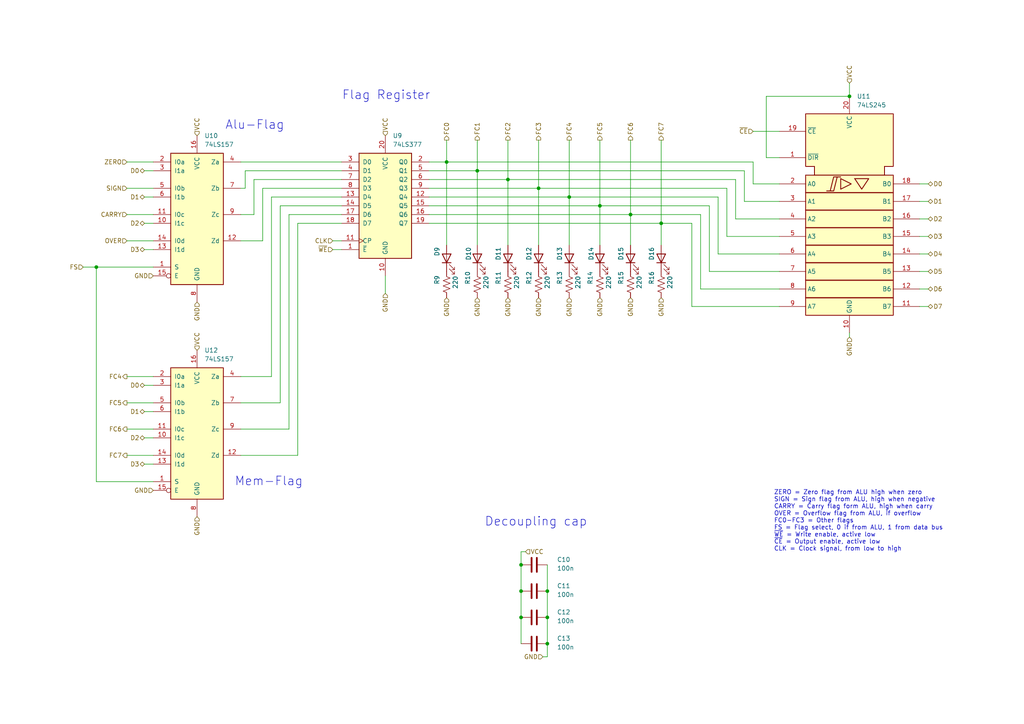
<source format=kicad_sch>
(kicad_sch (version 20250114) (generator "eeschema") (generator_version "9.0")
  (paper "A4")
  (title_block (title "Flag Register") (date "2025-11-29") (rev "1.0") (company "Marco Vettigli"))
  (lib_symbols
    (symbol "74xx:74LS157" (pin_names (offset 1.016))
      (property "Reference" "U" (at -7.62 19.05 0))
      (property "Value" "74LS157" (at -7.62 -21.59 0))
      (symbol "74LS157_1_0"
        (pin input line (at -12.7 15.24 0) (length 5.08) (name "I0a") (number "2"))
        (pin input line (at -12.7 12.7 0) (length 5.08) (name "I1a") (number "3"))
        (pin input line (at -12.7 7.62 0) (length 5.08) (name "I0b") (number "5"))
        (pin input line (at -12.7 5.08 0) (length 5.08) (name "I1b") (number "6"))
        (pin input line (at -12.7 0 0) (length 5.08) (name "I0c") (number "11"))
        (pin input line (at -12.7 -2.54 0) (length 5.08) (name "I1c") (number "10"))
        (pin input line (at -12.7 -7.62 0) (length 5.08) (name "I0d") (number "14"))
        (pin input line (at -12.7 -10.16 0) (length 5.08) (name "I1d") (number "13"))
        (pin input line (at -12.7 -15.24 0) (length 5.08) (name "S") (number "1"))
        (pin input inverted (at -12.7 -17.78 0) (length 5.08) (name "E") (number "15"))
        (pin power_in line (at 0 22.86 270) (length 5.08) (name "VCC") (number "16"))
        (pin power_in line (at 0 -25.4 90) (length 5.08) (name "GND") (number "8"))
        (pin output line (at 12.7 15.24 180) (length 5.08) (name "Za") (number "4"))
        (pin output line (at 12.7 7.62 180) (length 5.08) (name "Zb") (number "7"))
        (pin output line (at 12.7 0 180) (length 5.08) (name "Zc") (number "9"))
        (pin output line (at 12.7 -7.62 180) (length 5.08) (name "Zd") (number "12"))
      )
      (symbol "74LS157_1_1"
        (rectangle (start -7.62 17.78) (end 7.62 -20.32) (stroke (width 0.254)) (fill (type background)))
      )
    )
    (symbol "74xx:74LS377" (pin_names (offset 1.016))
      (property "Reference" "U" (at -7.62 16.51 0))
      (property "Value" "74LS377" (at -7.62 -16.51 0))
      (symbol "74LS377_1_0"
        (pin input line (at -12.7 12.7 0) (length 5.08) (name "D0") (number "3"))
        (pin input line (at -12.7 10.16 0) (length 5.08) (name "D1") (number "4"))
        (pin input line (at -12.7 7.62 0) (length 5.08) (name "D2") (number "7"))
        (pin input line (at -12.7 5.08 0) (length 5.08) (name "D3") (number "8"))
        (pin input line (at -12.7 2.54 0) (length 5.08) (name "D4") (number "13"))
        (pin input line (at -12.7 0 0) (length 5.08) (name "D5") (number "14"))
        (pin input line (at -12.7 -2.54 0) (length 5.08) (name "D6") (number "17"))
        (pin input line (at -12.7 -5.08 0) (length 5.08) (name "D7") (number "18"))
        (pin input clock (at -12.7 -10.16 0) (length 5.08) (name "CP") (number "11"))
        (pin input line (at -12.7 -12.7 0) (length 5.08) (name "~{E}") (number "1"))
        (pin power_in line (at 0 20.32 270) (length 5.08) (name "VCC") (number "20"))
        (pin power_in line (at 0 -20.32 90) (length 5.08) (name "GND") (number "10"))
        (pin output line (at 12.7 12.7 180) (length 5.08) (name "Q0") (number "2"))
        (pin output line (at 12.7 10.16 180) (length 5.08) (name "Q1") (number "5"))
        (pin output line (at 12.7 7.62 180) (length 5.08) (name "Q2") (number "6"))
        (pin output line (at 12.7 5.08 180) (length 5.08) (name "Q3") (number "9"))
        (pin output line (at 12.7 2.54 180) (length 5.08) (name "Q4") (number "12"))
        (pin output line (at 12.7 0 180) (length 5.08) (name "Q5") (number "15"))
        (pin output line (at 12.7 -2.54 180) (length 5.08) (name "Q6") (number "16"))
        (pin output line (at 12.7 -5.08 180) (length 5.08) (name "Q7") (number "19"))
      )
      (symbol "74LS377_1_1"
        (rectangle (start -7.62 15.24) (end 7.62 -15.24) (stroke (width 0.254)) (fill (type background)))
      )
    )
    (symbol "74xx_IEEE:74LS245"
      (property "Reference" "U" (at 15.24 25.4 0))
      (property "Value" "74LS245" (at 5.08 -30.48 0))
      (symbol "74LS245_0_0"
        (polyline (pts (xy -6.604 10.668) (xy -4.572 10.668) (xy -3.556 14.732) (xy -2.54 14.732) (xy -4.572 14.732) (xy -5.588 10.668) (xy -5.588 10.668)) (stroke (width 0.254)) (fill (type background)))
        (polyline (pts (xy -2.54 14.224) (xy -2.54 11.176) (xy 0.508 12.7) (xy -2.54 14.224) (xy -2.54 14.224)) (stroke (width 0.254)) (fill (type background)))
        (polyline (pts (xy 1.524 14.224) (xy 5.588 14.224) (xy 3.556 11.176) (xy 1.524 14.224) (xy 1.524 14.224)) (stroke (width 0.254)) (fill (type background)))
        (pin power_in line (at 0 38.1 270) (length 5.08) (name "VCC") (number "20"))
        (pin power_in line (at 0 -30.48 90) (length 5.08) (name "GND") (number "10"))
      )
      (symbol "74LS245_0_1"
        (rectangle (start -12.7 15.24) (end 12.7 10.16) (stroke (width 0.254)) (fill (type background)))
        (rectangle (start -12.7 10.16) (end 12.7 5.08) (stroke (width 0.254)) (fill (type background)))
        (rectangle (start -12.7 5.08) (end 12.7 0) (stroke (width 0.254)) (fill (type background)))
        (rectangle (start -12.7 0) (end 12.7 -5.08) (stroke (width 0.254)) (fill (type background)))
        (rectangle (start -12.7 -5.08) (end 12.7 -10.16) (stroke (width 0.254)) (fill (type background)))
        (rectangle (start -12.7 -10.16) (end 12.7 -15.24) (stroke (width 0.254)) (fill (type background)))
        (rectangle (start -12.7 -15.24) (end 12.7 -20.32) (stroke (width 0.254)) (fill (type background)))
        (rectangle (start -12.7 -20.32) (end 12.7 -25.4) (stroke (width 0.254)) (fill (type background)))
        (polyline (pts (xy -10.16 15.24) (xy -10.16 17.78) (xy -12.7 17.78) (xy -12.7 33.02) (xy 12.7 33.02) (xy 12.7 17.78) (xy 10.16 17.78) (xy 10.16 15.24) (xy 10.16 15.24)) (stroke (width 0.254)) (fill (type background)))
      )
      (symbol "74LS245_1_1"
        (pin input line (at -20.32 27.94 0) (length 7.62) (name "~{CE}") (number "19"))
        (pin input line (at -20.32 20.32 0) (length 7.62) (name "~{DIR}") (number "1"))
        (pin tri_state line (at -20.32 12.7 0) (length 7.62) (name "A0") (number "2"))
        (pin tri_state line (at -20.32 7.62 0) (length 7.62) (name "A1") (number "3"))
        (pin tri_state line (at -20.32 2.54 0) (length 7.62) (name "A2") (number "4"))
        (pin tri_state line (at -20.32 -2.54 0) (length 7.62) (name "A3") (number "5"))
        (pin tri_state line (at -20.32 -7.62 0) (length 7.62) (name "A4") (number "6"))
        (pin tri_state line (at -20.32 -12.7 0) (length 7.62) (name "A5") (number "7"))
        (pin tri_state line (at -20.32 -17.78 0) (length 7.62) (name "A6") (number "8"))
        (pin tri_state line (at -20.32 -22.86 0) (length 7.62) (name "A7") (number "9"))
        (pin tri_state line (at 20.32 12.7 180) (length 7.62) (name "B0") (number "18"))
        (pin tri_state line (at 20.32 7.62 180) (length 7.62) (name "B1") (number "17"))
        (pin tri_state line (at 20.32 2.54 180) (length 7.62) (name "B2") (number "16"))
        (pin tri_state line (at 20.32 -2.54 180) (length 7.62) (name "B3") (number "15"))
        (pin tri_state line (at 20.32 -7.62 180) (length 7.62) (name "B4") (number "14"))
        (pin tri_state line (at 20.32 -12.7 180) (length 7.62) (name "B5") (number "13"))
        (pin tri_state line (at 20.32 -17.78 180) (length 7.62) (name "B6") (number "12"))
        (pin tri_state line (at 20.32 -22.86 180) (length 7.62) (name "B7") (number "11"))
      )
    )
    (symbol "Device:C" (pin_numbers (hide yes)) (pin_names (offset 0.254))
      (property "Reference" "C" (at 0.635 2.54 0))
      (property "Value" "C" (at 0.635 -2.54 0))
      (symbol "C_0_1"
        (polyline (pts (xy -2.032 0.762) (xy 2.032 0.762)) (stroke (width 0.508)))
        (polyline (pts (xy -2.032 -0.762) (xy 2.032 -0.762)) (stroke (width 0.508)))
      )
      (symbol "C_1_1"
        (pin passive line (at 0 3.81 270) (length 2.794) (name "~") (number "1"))
        (pin passive line (at 0 -3.81 90) (length 2.794) (name "~") (number "2"))
      )
    )
    (symbol "Device:LED" (pin_numbers (hide yes)) (pin_names (offset 1.016) (hide yes))
      (property "Reference" "D" (at 0 2.54 0))
      (property "Value" "LED" (at 0 -2.54 0))
      (symbol "LED_0_1"
        (polyline (pts (xy -3.048 -0.762) (xy -4.572 -2.286) (xy -3.81 -2.286) (xy -4.572 -2.286) (xy -4.572 -1.524)))
        (polyline (pts (xy -1.778 -0.762) (xy -3.302 -2.286) (xy -2.54 -2.286) (xy -3.302 -2.286) (xy -3.302 -1.524)))
        (polyline (pts (xy -1.27 0) (xy 1.27 0)))
        (polyline (pts (xy -1.27 -1.27) (xy -1.27 1.27)) (stroke (width 0.254)))
        (polyline (pts (xy 1.27 -1.27) (xy 1.27 1.27) (xy -1.27 0) (xy 1.27 -1.27)) (stroke (width 0.254)))
      )
      (symbol "LED_1_1"
        (pin passive line (at -3.81 0 0) (length 2.54) (name "K") (number "1"))
        (pin passive line (at 3.81 0 180) (length 2.54) (name "A") (number "2"))
      )
    )
    (symbol "Device:R_US" (pin_numbers (hide yes)) (pin_names (offset 0))
      (property "Reference" "R" (at 2.54 0 90))
      (property "Value" "R_US" (at -2.54 0 90))
      (symbol "R_US_0_1"
        (polyline (pts (xy 0 2.286) (xy 0 2.54)))
        (polyline (pts (xy 0 2.286) (xy 1.016 1.905) (xy 0 1.524) (xy -1.016 1.143) (xy 0 0.762)))
        (polyline (pts (xy 0 0.762) (xy 1.016 0.381) (xy 0 0) (xy -1.016 -0.381) (xy 0 -0.762)))
        (polyline (pts (xy 0 -0.762) (xy 1.016 -1.143) (xy 0 -1.524) (xy -1.016 -1.905) (xy 0 -2.286)))
        (polyline (pts (xy 0 -2.286) (xy 0 -2.54)))
      )
      (symbol "R_US_1_1"
        (pin passive line (at 0 3.81 270) (length 1.27) (name "~") (number "1"))
        (pin passive line (at 0 -3.81 90) (length 1.27) (name "~") (number "2"))
      )
    )
  )
  (text "Flag Register" (at 112.014 27.686 0) (effects (font (size 2.54 2.54))))
  (text "Alu-Flag" (at 73.914 36.322 0) (effects (font (size 2.54 2.54))))
  (text "Mem-Flag" (at 77.978 139.7 0) (effects (font (size 2.54 2.54))))
  (text "Decoupling cap" (at 155.448 151.384 0) (effects (font (size 2.54 2.54))))
  (text_box "ZERO = Zero flag from ALU high when zero\nSIGN = Sign flag from ALU, high when negative\nCARRY = Carry flag form ALU, high when carry\nOVER = Overflow flag from ALU, if overflow\nFC0-FC3 = Other flags\nFS = Flag select, 0 if from ALU, 1 from data bus \n~{WE} = Write enable, active low\n~{CE} = Output enable, active low\nCLK = Clock signal, from low to high" (at 223.52 140.97 0) (size 57.15 19.05) (margins 0.9525 0.9525 0.9525 0.9525) (stroke (width -0.0001)) (effects (font (size 1.27 1.27)) (justify left top)))
  (junction (at 158.75 186.69))
  (junction (at 182.88 62.23))
  (junction (at 27.94 77.47))
  (junction (at 158.75 171.45))
  (junction (at 151.13 179.07))
  (junction (at 156.21 54.61))
  (junction (at 165.1 57.15))
  (junction (at 151.13 171.45))
  (junction (at 138.43 49.53))
  (junction (at 147.32 52.07))
  (junction (at 129.54 46.99))
  (junction (at 151.13 163.83))
  (junction (at 246.38 27.94))
  (junction (at 158.75 179.07))
  (junction (at 173.99 59.69))
  (junction (at 191.77 64.77))
  (wire (pts (xy 69.85 46.99) (xy 99.06 46.99)))
  (wire (pts (xy 36.83 132.08) (xy 44.45 132.08)))
  (wire (pts (xy 147.32 40.64) (xy 147.32 52.07)))
  (wire (pts (xy 138.43 40.64) (xy 138.43 49.53)))
  (wire (pts (xy 36.83 62.23) (xy 44.45 62.23)))
  (wire (pts (xy 124.46 52.07) (xy 147.32 52.07)))
  (wire (pts (xy 83.82 124.46) (xy 83.82 62.23)))
  (wire (pts (xy 73.66 52.07) (xy 99.06 52.07)))
  (wire (pts (xy 36.83 109.22) (xy 44.45 109.22)))
  (wire (pts (xy 203.2 62.23) (xy 182.88 62.23)))
  (wire (pts (xy 124.46 49.53) (xy 138.43 49.53)))
  (wire (pts (xy 213.36 63.5) (xy 226.06 63.5)))
  (wire (pts (xy 96.52 72.39) (xy 99.06 72.39)))
  (wire (pts (xy 69.85 69.85) (xy 76.2 69.85)))
  (wire (pts (xy 246.38 96.52) (xy 246.38 97.79)))
  (wire (pts (xy 158.75 179.07) (xy 158.75 186.69)))
  (wire (pts (xy 213.36 52.07) (xy 213.36 63.5)))
  (wire (pts (xy 266.7 73.66) (xy 269.24 73.66)))
  (wire (pts (xy 266.7 58.42) (xy 269.24 58.42)))
  (wire (pts (xy 147.32 52.07) (xy 147.32 71.12)))
  (wire (pts (xy 218.44 38.1) (xy 226.06 38.1)))
  (wire (pts (xy 158.75 190.5) (xy 158.75 186.69)))
  (wire (pts (xy 36.83 116.84) (xy 44.45 116.84)))
  (wire (pts (xy 157.48 190.5) (xy 158.75 190.5)))
  (wire (pts (xy 41.91 127) (xy 44.45 127)))
  (wire (pts (xy 41.91 134.62) (xy 44.45 134.62)))
  (wire (pts (xy 246.38 24.13) (xy 246.38 27.94)))
  (wire (pts (xy 41.91 64.77) (xy 44.45 64.77)))
  (wire (pts (xy 129.54 46.99) (xy 218.44 46.99)))
  (wire (pts (xy 215.9 49.53) (xy 215.9 58.42)))
  (wire (pts (xy 158.75 171.45) (xy 158.75 179.07)))
  (wire (pts (xy 173.99 59.69) (xy 205.74 59.69)))
  (wire (pts (xy 44.45 111.76) (xy 41.91 111.76)))
  (wire (pts (xy 83.82 62.23) (xy 99.06 62.23)))
  (wire (pts (xy 156.21 54.61) (xy 210.82 54.61)))
  (wire (pts (xy 129.54 40.64) (xy 129.54 46.99)))
  (wire (pts (xy 218.44 53.34) (xy 226.06 53.34)))
  (wire (pts (xy 208.28 57.15) (xy 208.28 73.66)))
  (wire (pts (xy 124.46 59.69) (xy 173.99 59.69)))
  (wire (pts (xy 218.44 46.99) (xy 218.44 53.34)))
  (wire (pts (xy 210.82 54.61) (xy 210.82 68.58)))
  (wire (pts (xy 191.77 64.77) (xy 191.77 71.12)))
  (wire (pts (xy 96.52 69.85) (xy 99.06 69.85)))
  (wire (pts (xy 76.2 69.85) (xy 76.2 54.61)))
  (wire (pts (xy 44.45 49.53) (xy 41.91 49.53)))
  (wire (pts (xy 138.43 49.53) (xy 215.9 49.53)))
  (wire (pts (xy 36.83 69.85) (xy 44.45 69.85)))
  (wire (pts (xy 76.2 54.61) (xy 99.06 54.61)))
  (wire (pts (xy 156.21 54.61) (xy 156.21 71.12)))
  (wire (pts (xy 246.38 27.94) (xy 222.25 27.94)))
  (wire (pts (xy 71.12 49.53) (xy 71.12 54.61)))
  (wire (pts (xy 165.1 57.15) (xy 165.1 71.12)))
  (wire (pts (xy 165.1 57.15) (xy 208.28 57.15)))
  (wire (pts (xy 69.85 62.23) (xy 73.66 62.23)))
  (wire (pts (xy 129.54 46.99) (xy 129.54 71.12)))
  (wire (pts (xy 27.94 77.47) (xy 27.94 139.7)))
  (wire (pts (xy 203.2 83.82) (xy 203.2 62.23)))
  (wire (pts (xy 69.85 124.46) (xy 83.82 124.46)))
  (wire (pts (xy 266.7 78.74) (xy 269.24 78.74)))
  (wire (pts (xy 151.13 163.83) (xy 151.13 171.45)))
  (wire (pts (xy 191.77 64.77) (xy 200.66 64.77)))
  (wire (pts (xy 191.77 40.64) (xy 191.77 64.77)))
  (wire (pts (xy 124.46 46.99) (xy 129.54 46.99)))
  (wire (pts (xy 124.46 57.15) (xy 165.1 57.15)))
  (wire (pts (xy 36.83 46.99) (xy 44.45 46.99)))
  (wire (pts (xy 203.2 83.82) (xy 226.06 83.82)))
  (wire (pts (xy 182.88 62.23) (xy 124.46 62.23)))
  (wire (pts (xy 27.94 139.7) (xy 44.45 139.7)))
  (wire (pts (xy 99.06 57.15) (xy 78.74 57.15)))
  (wire (pts (xy 71.12 54.61) (xy 69.85 54.61)))
  (wire (pts (xy 173.99 40.64) (xy 173.99 59.69)))
  (wire (pts (xy 266.7 83.82) (xy 269.24 83.82)))
  (wire (pts (xy 173.99 59.69) (xy 173.99 71.12)))
  (wire (pts (xy 73.66 62.23) (xy 73.66 52.07)))
  (wire (pts (xy 222.25 45.72) (xy 226.06 45.72)))
  (wire (pts (xy 165.1 40.64) (xy 165.1 57.15)))
  (wire (pts (xy 151.13 160.02) (xy 151.13 163.83)))
  (wire (pts (xy 158.75 163.83) (xy 158.75 171.45)))
  (wire (pts (xy 41.91 72.39) (xy 44.45 72.39)))
  (wire (pts (xy 69.85 132.08) (xy 86.36 132.08)))
  (wire (pts (xy 205.74 59.69) (xy 205.74 78.74)))
  (wire (pts (xy 215.9 58.42) (xy 226.06 58.42)))
  (wire (pts (xy 156.21 40.64) (xy 156.21 54.61)))
  (wire (pts (xy 147.32 52.07) (xy 213.36 52.07)))
  (wire (pts (xy 78.74 57.15) (xy 78.74 109.22)))
  (wire (pts (xy 24.13 77.47) (xy 27.94 77.47)))
  (wire (pts (xy 182.88 40.64) (xy 182.88 62.23)))
  (wire (pts (xy 86.36 64.77) (xy 99.06 64.77)))
  (wire (pts (xy 208.28 73.66) (xy 226.06 73.66)))
  (wire (pts (xy 266.7 88.9) (xy 269.24 88.9)))
  (wire (pts (xy 200.66 88.9) (xy 226.06 88.9)))
  (wire (pts (xy 266.7 63.5) (xy 269.24 63.5)))
  (wire (pts (xy 111.76 80.01) (xy 111.76 85.09)))
  (wire (pts (xy 71.12 49.53) (xy 99.06 49.53)))
  (wire (pts (xy 41.91 119.38) (xy 44.45 119.38)))
  (wire (pts (xy 27.94 77.47) (xy 44.45 77.47)))
  (wire (pts (xy 81.28 116.84) (xy 81.28 59.69)))
  (wire (pts (xy 81.28 59.69) (xy 99.06 59.69)))
  (wire (pts (xy 266.7 53.34) (xy 269.24 53.34)))
  (wire (pts (xy 69.85 116.84) (xy 81.28 116.84)))
  (wire (pts (xy 266.7 68.58) (xy 269.24 68.58)))
  (wire (pts (xy 152.4 160.02) (xy 151.13 160.02)))
  (wire (pts (xy 151.13 179.07) (xy 151.13 186.69)))
  (wire (pts (xy 151.13 171.45) (xy 151.13 179.07)))
  (wire (pts (xy 86.36 64.77) (xy 86.36 132.08)))
  (wire (pts (xy 138.43 49.53) (xy 138.43 71.12)))
  (wire (pts (xy 78.74 109.22) (xy 69.85 109.22)))
  (wire (pts (xy 124.46 54.61) (xy 156.21 54.61)))
  (wire (pts (xy 205.74 78.74) (xy 226.06 78.74)))
  (wire (pts (xy 210.82 68.58) (xy 226.06 68.58)))
  (wire (pts (xy 41.91 57.15) (xy 44.45 57.15)))
  (wire (pts (xy 182.88 62.23) (xy 182.88 71.12)))
  (wire (pts (xy 36.83 124.46) (xy 44.45 124.46)))
  (wire (pts (xy 200.66 64.77) (xy 200.66 88.9)))
  (wire (pts (xy 124.46 64.77) (xy 191.77 64.77)))
  (wire (pts (xy 222.25 27.94) (xy 222.25 45.72)))
  (wire (pts (xy 36.83 54.61) (xy 44.45 54.61)))
  (hierarchical_label "OVER" (shape input) (at 36.83 69.85 180))
  (hierarchical_label "FC6" (shape output) (at 182.88 40.64 90))
  (hierarchical_label "D1" (shape tri_state) (at 269.24 58.42 0))
  (hierarchical_label "FC3" (shape output) (at 156.21 40.64 90))
  (hierarchical_label "D7" (shape tri_state) (at 269.24 88.9 0))
  (hierarchical_label "FC7" (shape output) (at 36.83 132.08 180))
  (hierarchical_label "FC5" (shape output) (at 36.83 116.84 180))
  (hierarchical_label "D5" (shape tri_state) (at 269.24 78.74 0))
  (hierarchical_label "GND" (shape input) (at 157.48 190.5 180))
  (hierarchical_label "GND" (shape input) (at 156.21 86.36 270))
  (hierarchical_label "~{CE}" (shape input) (at 218.44 38.1 180))
  (hierarchical_label "D0" (shape tri_state) (at 41.91 49.53 180))
  (hierarchical_label "FC6" (shape output) (at 36.83 124.46 180))
  (hierarchical_label "ZERO" (shape input) (at 36.83 46.99 180))
  (hierarchical_label "FC5" (shape output) (at 173.99 40.64 90))
  (hierarchical_label "GND" (shape input) (at 246.38 97.79 270))
  (hierarchical_label "GND" (shape input) (at 182.88 86.36 270))
  (hierarchical_label "D3" (shape tri_state) (at 41.91 134.62 180))
  (hierarchical_label "D2" (shape tri_state) (at 269.24 63.5 0))
  (hierarchical_label "GND" (shape input) (at 44.45 142.24 180))
  (hierarchical_label "D2" (shape tri_state) (at 41.91 64.77 180))
  (hierarchical_label "GND" (shape input) (at 111.76 85.09 270))
  (hierarchical_label "~{WE}" (shape input) (at 96.52 72.39 180))
  (hierarchical_label "GND" (shape input) (at 57.15 87.63 270))
  (hierarchical_label "GND" (shape input) (at 44.45 80.01 180))
  (hierarchical_label "FC7" (shape output) (at 191.77 40.64 90))
  (hierarchical_label "FC2" (shape output) (at 147.32 40.64 90))
  (hierarchical_label "GND" (shape input) (at 191.77 86.36 270))
  (hierarchical_label "D1" (shape tri_state) (at 41.91 119.38 180))
  (hierarchical_label "FC4" (shape output) (at 165.1 40.64 90))
  (hierarchical_label "VCC" (shape input) (at 152.4 160.02 0))
  (hierarchical_label "GND" (shape input) (at 129.54 86.36 270))
  (hierarchical_label "D1" (shape tri_state) (at 41.91 57.15 180))
  (hierarchical_label "VCC" (shape input) (at 111.76 39.37 90))
  (hierarchical_label "D6" (shape tri_state) (at 269.24 83.82 0))
  (hierarchical_label "GND" (shape input) (at 57.15 149.86 270))
  (hierarchical_label "FC4" (shape output) (at 36.83 109.22 180))
  (hierarchical_label "VCC" (shape input) (at 246.38 24.13 90))
  (hierarchical_label "SIGN" (shape input) (at 36.83 54.61 180))
  (hierarchical_label "D3" (shape tri_state) (at 41.91 72.39 180))
  (hierarchical_label "VCC" (shape input) (at 57.15 39.37 90))
  (hierarchical_label "D3" (shape tri_state) (at 269.24 68.58 0))
  (hierarchical_label "GND" (shape input) (at 138.43 86.36 270))
  (hierarchical_label "FC0" (shape output) (at 129.54 40.64 90))
  (hierarchical_label "CARRY" (shape input) (at 36.83 62.23 180))
  (hierarchical_label "GND" (shape input) (at 147.32 86.36 270))
  (hierarchical_label "FC1" (shape output) (at 138.43 40.64 90))
  (hierarchical_label "GND" (shape input) (at 173.99 86.36 270))
  (hierarchical_label "VCC" (shape input) (at 57.15 101.6 90))
  (hierarchical_label "FS" (shape input) (at 24.13 77.47 180))
  (hierarchical_label "D4" (shape tri_state) (at 269.24 73.66 0))
  (hierarchical_label "D0" (shape tri_state) (at 269.24 53.34 0))
  (hierarchical_label "D2" (shape tri_state) (at 41.91 127 180))
  (hierarchical_label "GND" (shape input) (at 165.1 86.36 270))
  (hierarchical_label "D0" (shape tri_state) (at 41.91 111.76 180))
  (hierarchical_label "CLK" (shape input) (at 96.52 69.85 180))
  (symbol (lib_id "Device:LED") (at 138.43 74.93 90) (unit 1)
    (property "Reference" "D10" (at 135.89 71.628 0) (effects (justify right)))
    (property "Value" "ORA" (effects (hide yes)))
    (property "Footprint" "LED_THT:LED_D3.0mm" (effects (hide yes)))
    (property "Description" "Light emitting diode" (effects (hide yes)))
    (property "Sim.Pins" "1=K 2=A" (effects (hide yes)))
  )
  (symbol (lib_id "Device:LED") (at 191.77 74.93 90) (unit 1)
    (property "Reference" "D16" (at 188.976 71.628 0) (effects (justify right)))
    (property "Value" "ORA" (effects (hide yes)))
    (property "Footprint" "LED_THT:LED_D3.0mm" (effects (hide yes)))
    (property "Description" "Light emitting diode" (effects (hide yes)))
    (property "Sim.Pins" "1=K 2=A" (effects (hide yes)))
  )
  (symbol (lib_id "Device:LED") (at 165.1 74.93 90) (unit 1)
    (property "Reference" "D13" (at 162.306 71.628 0) (effects (justify right)))
    (property "Value" "ORA" (effects (hide yes)))
    (property "Footprint" "LED_THT:LED_D3.0mm" (effects (hide yes)))
    (property "Description" "Light emitting diode" (effects (hide yes)))
    (property "Sim.Pins" "1=K 2=A" (effects (hide yes)))
  )
  (symbol (lib_id "74xx:74LS157") (at 57.15 124.46 0) (unit 1)
    (property "Reference" "U12" (at 59.2933 101.6 0) (effects (justify left)))
    (property "Value" "74LS157" (at 59.2933 104.14 0) (effects (justify left)))
    (property "Footprint" "Package_DIP:DIP-16_W7.62mm" (effects (hide yes)))
    (property "Datasheet" "http://www.ti.com/lit/gpn/sn74LS157" (effects (hide yes)))
    (property "Description" "Quad 2 to 1 line Multiplexer" (effects (hide yes)))
  )
  (symbol (lib_id "Device:R_US") (at 129.54 82.55 0) (unit 1)
    (property "Reference" "R9" (at 126.746 82.55 90) (effects (justify left)))
    (property "Value" "220" (at 132.08 83.8199 90) (effects (justify left)))
    (property "Footprint" "Resistor_THT:R_Axial_DIN0207_L6.3mm_D2.5mm_P10.16mm_Horizontal" (effects (hide yes)))
    (property "Description" "Resistor, US symbol" (effects (hide yes)))
  )
  (symbol (lib_id "Device:R_US") (at 165.1 82.55 0) (unit 1)
    (property "Reference" "R13" (at 162.306 82.55 90) (effects (justify left)))
    (property "Value" "220" (at 167.64 83.8199 90) (effects (justify left)))
    (property "Footprint" "Resistor_THT:R_Axial_DIN0207_L6.3mm_D2.5mm_P10.16mm_Horizontal" (effects (hide yes)))
    (property "Description" "Resistor, US symbol" (effects (hide yes)))
  )
  (symbol (lib_id "Device:LED") (at 129.54 74.93 90) (unit 1)
    (property "Reference" "D9" (at 126.746 71.628 0) (effects (justify right)))
    (property "Value" "ORA" (effects (hide yes)))
    (property "Footprint" "LED_THT:LED_D3.0mm" (effects (hide yes)))
    (property "Description" "Light emitting diode" (effects (hide yes)))
    (property "Sim.Pins" "1=K 2=A" (effects (hide yes)))
  )
  (symbol (lib_id "Device:LED") (at 156.21 74.93 90) (unit 1)
    (property "Reference" "D12" (at 153.416 71.628 0) (effects (justify right)))
    (property "Value" "ORA" (effects (hide yes)))
    (property "Footprint" "LED_THT:LED_D3.0mm" (effects (hide yes)))
    (property "Description" "Light emitting diode" (effects (hide yes)))
    (property "Sim.Pins" "1=K 2=A" (effects (hide yes)))
  )
  (symbol (lib_id "74xx:74LS377") (at 111.76 59.69 0) (unit 1)
    (property "Reference" "U9" (at 113.9033 39.37 0) (effects (justify left)))
    (property "Value" "74LS377" (at 113.9033 41.91 0) (effects (justify left)))
    (property "Footprint" "Package_DIP:DIP-20_W7.62mm" (effects (hide yes)))
    (property "Datasheet" "http://www.ti.com/lit/gpn/sn74LS377" (effects (hide yes)))
    (property "Description" "8-bit Register" (effects (hide yes)))
  )
  (symbol (lib_id "Device:R_US") (at 147.32 82.55 0) (unit 1)
    (property "Reference" "R11" (at 144.526 82.55 90) (effects (justify left)))
    (property "Value" "220" (at 149.86 83.8199 90) (effects (justify left)))
    (property "Footprint" "Resistor_THT:R_Axial_DIN0207_L6.3mm_D2.5mm_P10.16mm_Horizontal" (effects (hide yes)))
    (property "Description" "Resistor, US symbol" (effects (hide yes)))
  )
  (symbol (lib_id "Device:C") (at 154.94 163.83 90) (unit 1)
    (property "Reference" "C10" (at 161.544 162.306 90) (effects (justify right)))
    (property "Value" "100n" (at 161.544 164.846 90) (effects (justify right)))
    (property "Footprint" "Capacitor_THT:C_Disc_D3.0mm_W1.6mm_P2.50mm" (effects (hide yes)))
    (property "Description" "Unpolarized capacitor" (effects (hide yes)))
  )
  (symbol (lib_id "Device:R_US") (at 156.21 82.55 0) (unit 1)
    (property "Reference" "R12" (at 153.416 82.55 90) (effects (justify left)))
    (property "Value" "220" (at 158.75 83.8199 90) (effects (justify left)))
    (property "Footprint" "Resistor_THT:R_Axial_DIN0207_L6.3mm_D2.5mm_P10.16mm_Horizontal" (effects (hide yes)))
    (property "Description" "Resistor, US symbol" (effects (hide yes)))
  )
  (symbol (lib_id "Device:R_US") (at 191.77 82.55 0) (unit 1)
    (property "Reference" "R16" (at 188.976 82.55 90) (effects (justify left)))
    (property "Value" "220" (at 194.31 83.8199 90) (effects (justify left)))
    (property "Footprint" "Resistor_THT:R_Axial_DIN0207_L6.3mm_D2.5mm_P10.16mm_Horizontal" (effects (hide yes)))
    (property "Description" "Resistor, US symbol" (effects (hide yes)))
  )
  (symbol (lib_id "74xx:74LS157") (at 57.15 62.23 0) (unit 1)
    (property "Reference" "U10" (at 59.2933 39.37 0) (effects (justify left)))
    (property "Value" "74LS157" (at 59.2933 41.91 0) (effects (justify left)))
    (property "Footprint" "Package_DIP:DIP-16_W7.62mm" (effects (hide yes)))
    (property "Datasheet" "http://www.ti.com/lit/gpn/sn74LS157" (effects (hide yes)))
    (property "Description" "Quad 2 to 1 line Multiplexer" (effects (hide yes)))
  )
  (symbol (lib_id "Device:LED") (at 173.99 74.93 90) (unit 1)
    (property "Reference" "D14" (at 171.45 71.628 0) (effects (justify right)))
    (property "Value" "ORA" (effects (hide yes)))
    (property "Footprint" "LED_THT:LED_D3.0mm" (effects (hide yes)))
    (property "Description" "Light emitting diode" (effects (hide yes)))
    (property "Sim.Pins" "1=K 2=A" (effects (hide yes)))
  )
  (symbol (lib_id "Device:LED") (at 182.88 74.93 90) (unit 1)
    (property "Reference" "D15" (at 180.086 71.628 0) (effects (justify right)))
    (property "Value" "ORA" (effects (hide yes)))
    (property "Footprint" "LED_THT:LED_D3.0mm" (effects (hide yes)))
    (property "Description" "Light emitting diode" (effects (hide yes)))
    (property "Sim.Pins" "1=K 2=A" (effects (hide yes)))
  )
  (symbol (lib_id "Device:R_US") (at 182.88 82.55 0) (unit 1)
    (property "Reference" "R15" (at 180.086 82.55 90) (effects (justify left)))
    (property "Value" "220" (at 185.42 83.8199 90) (effects (justify left)))
    (property "Footprint" "Resistor_THT:R_Axial_DIN0207_L6.3mm_D2.5mm_P10.16mm_Horizontal" (effects (hide yes)))
    (property "Description" "Resistor, US symbol" (effects (hide yes)))
  )
  (symbol (lib_id "74xx_IEEE:74LS245") (at 246.38 66.04 0) (unit 1)
    (property "Reference" "U11" (at 248.5233 27.94 0) (effects (justify left)))
    (property "Value" "74LS245" (at 248.5233 30.48 0) (effects (justify left)))
    (property "Footprint" "Package_DIP:DIP-20_W7.62mm" (effects (hide yes)))
  )
  (symbol (lib_id "Device:C") (at 154.94 179.07 90) (unit 1)
    (property "Reference" "C12" (at 161.544 177.546 90) (effects (justify right)))
    (property "Value" "100n" (at 161.544 180.086 90) (effects (justify right)))
    (property "Footprint" "Capacitor_THT:C_Disc_D3.0mm_W1.6mm_P2.50mm" (effects (hide yes)))
    (property "Description" "Unpolarized capacitor" (effects (hide yes)))
  )
  (symbol (lib_id "Device:C") (at 154.94 186.69 90) (unit 1)
    (property "Reference" "C13" (at 161.544 185.166 90) (effects (justify right)))
    (property "Value" "100n" (at 161.544 187.706 90) (effects (justify right)))
    (property "Footprint" "Capacitor_THT:C_Disc_D3.0mm_W1.6mm_P2.50mm" (effects (hide yes)))
    (property "Description" "Unpolarized capacitor" (effects (hide yes)))
  )
  (symbol (lib_id "Device:R_US") (at 138.43 82.55 0) (unit 1)
    (property "Reference" "R10" (at 135.636 82.55 90) (effects (justify left)))
    (property "Value" "220" (at 140.97 83.8199 90) (effects (justify left)))
    (property "Footprint" "Resistor_THT:R_Axial_DIN0207_L6.3mm_D2.5mm_P10.16mm_Horizontal" (effects (hide yes)))
    (property "Description" "Resistor, US symbol" (effects (hide yes)))
  )
  (symbol (lib_id "Device:LED") (at 147.32 74.93 90) (unit 1)
    (property "Reference" "D11" (at 144.526 71.628 0) (effects (justify right)))
    (property "Value" "ORA" (effects (hide yes)))
    (property "Footprint" "LED_THT:LED_D3.0mm" (effects (hide yes)))
    (property "Description" "Light emitting diode" (effects (hide yes)))
    (property "Sim.Pins" "1=K 2=A" (effects (hide yes)))
  )
  (symbol (lib_id "Device:C") (at 154.94 171.45 90) (unit 1)
    (property "Reference" "C11" (at 161.544 169.926 90) (effects (justify right)))
    (property "Value" "100n" (at 161.544 172.466 90) (effects (justify right)))
    (property "Footprint" "Capacitor_THT:C_Disc_D3.0mm_W1.6mm_P2.50mm" (effects (hide yes)))
    (property "Description" "Unpolarized capacitor" (effects (hide yes)))
  )
  (symbol (lib_id "Device:R_US") (at 173.99 82.55 0) (unit 1)
    (property "Reference" "R14" (at 171.196 82.55 90) (effects (justify left)))
    (property "Value" "220" (at 176.53 83.8199 90) (effects (justify left)))
    (property "Footprint" "Resistor_THT:R_Axial_DIN0207_L6.3mm_D2.5mm_P10.16mm_Horizontal" (effects (hide yes)))
    (property "Description" "Resistor, US symbol" (effects (hide yes)))
  )
)
</source>
